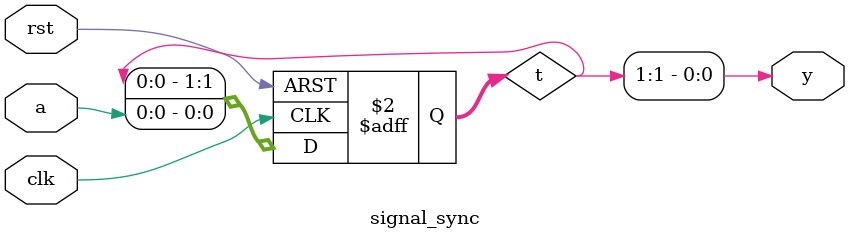
<source format=sv>

`resetall

`include "INC_global.sv"

module signal_sync
#(
    parameter integer ORDER = 2
)(
    input  logic    clk,
    input  logic    rst,
    input  logic    a,
    output logic    y
);

    logic [ORDER-1:0] t;

    always @ (posedge clk or posedge rst) begin
        if (rst) t <= '0;
        else     t <= {t[ORDER-2:0], a};
    end

    assign y = t[ORDER-1];

endmodule: signal_sync

</source>
